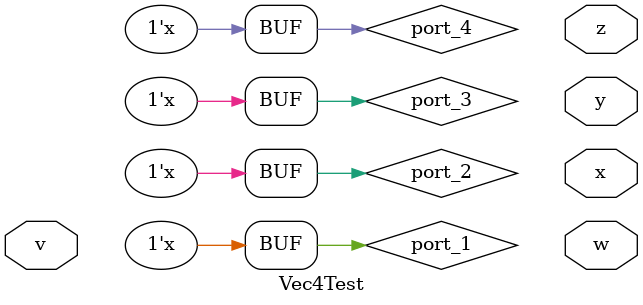
<source format=sv>

module Vec4Test (
input logic [31:0] v,
output wire [7:0] x,
output wire [7:0] y,
output wire [7:0] z,
output wire [7:0] w
);

assign port_1 = port_0[7:0]    ;
assign port_2 = port_0[15:8]    ;
assign port_3 = port_0[23:16]    ;
assign port_4 = port_0[31:24]    ;

endmodule


</source>
